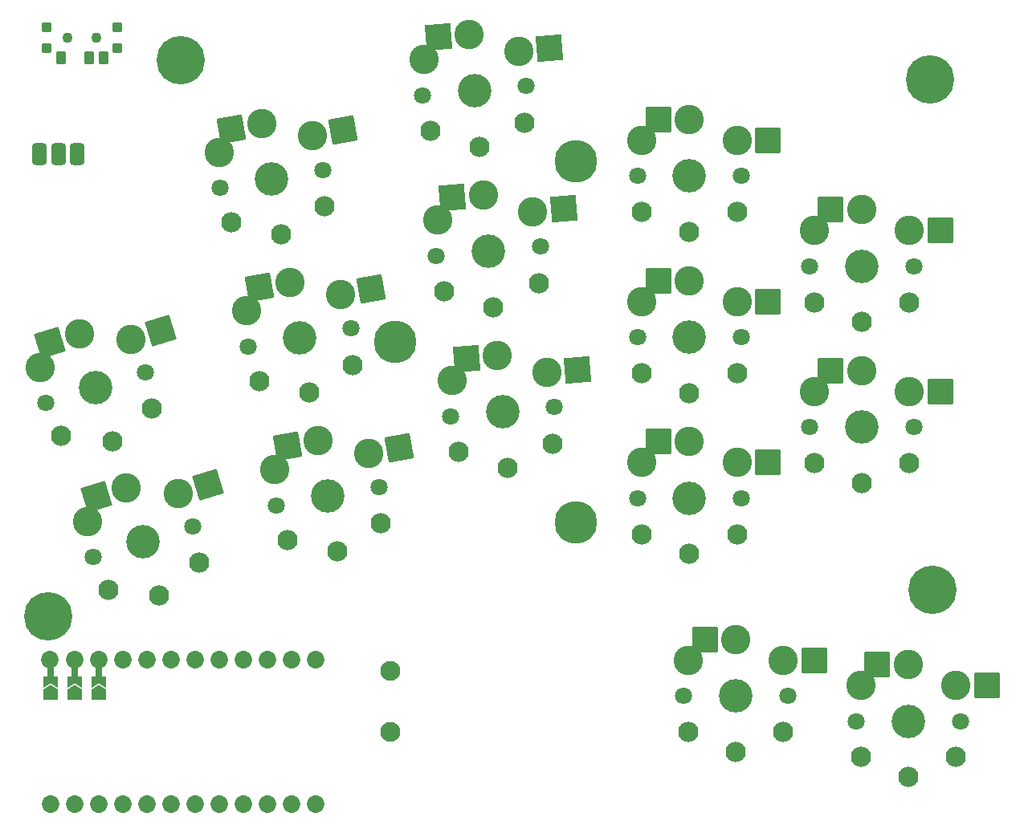
<source format=gbs>
%TF.GenerationSoftware,KiCad,Pcbnew,(6.0.4)*%
%TF.CreationDate,2022-07-08T06:12:20+02:00*%
%TF.ProjectId,battoota,62617474-6f6f-4746-912e-6b696361645f,v1.0.0*%
%TF.SameCoordinates,Original*%
%TF.FileFunction,Soldermask,Bot*%
%TF.FilePolarity,Negative*%
%FSLAX46Y46*%
G04 Gerber Fmt 4.6, Leading zero omitted, Abs format (unit mm)*
G04 Created by KiCad (PCBNEW (6.0.4)) date 2022-07-08 06:12:20*
%MOMM*%
%LPD*%
G01*
G04 APERTURE LIST*
G04 Aperture macros list*
%AMRoundRect*
0 Rectangle with rounded corners*
0 $1 Rounding radius*
0 $2 $3 $4 $5 $6 $7 $8 $9 X,Y pos of 4 corners*
0 Add a 4 corners polygon primitive as box body*
4,1,4,$2,$3,$4,$5,$6,$7,$8,$9,$2,$3,0*
0 Add four circle primitives for the rounded corners*
1,1,$1+$1,$2,$3*
1,1,$1+$1,$4,$5*
1,1,$1+$1,$6,$7*
1,1,$1+$1,$8,$9*
0 Add four rect primitives between the rounded corners*
20,1,$1+$1,$2,$3,$4,$5,0*
20,1,$1+$1,$4,$5,$6,$7,0*
20,1,$1+$1,$6,$7,$8,$9,0*
20,1,$1+$1,$8,$9,$2,$3,0*%
%AMFreePoly0*
4,1,16,0.535355,0.785355,0.541603,0.777735,1.041603,0.027735,1.049029,-0.009806,1.041603,-0.027735,0.541603,-0.777735,0.509806,-0.799029,0.500000,-0.800000,-0.500000,-0.800000,-0.535355,-0.785355,-0.550000,-0.750000,-0.550000,0.750000,-0.535355,0.785355,-0.500000,0.800000,0.500000,0.800000,0.535355,0.785355,0.535355,0.785355,$1*%
%AMFreePoly1*
4,1,16,0.535355,0.785355,0.550000,0.750000,0.550000,-0.750000,0.535355,-0.785355,0.500000,-0.800000,-0.650000,-0.800000,-0.685355,-0.785355,-0.700000,-0.750000,-0.691603,-0.722265,-0.210093,0.000000,-0.691603,0.722265,-0.699029,0.759806,-0.677735,0.791603,-0.650000,0.800000,0.500000,0.800000,0.535355,0.785355,0.535355,0.785355,$1*%
G04 Aperture macros list end*
%ADD10C,5.100000*%
%ADD11C,2.100000*%
%ADD12C,1.801800*%
%ADD13C,3.100000*%
%ADD14C,3.529000*%
%ADD15RoundRect,0.050000X-1.054507X-1.505993X1.505993X-1.054507X1.054507X1.505993X-1.505993X1.054507X0*%
%ADD16C,2.132000*%
%ADD17RoundRect,0.050000X-1.181751X-1.408356X1.408356X-1.181751X1.181751X1.408356X-1.408356X1.181751X0*%
%ADD18RoundRect,0.050000X-1.300000X-1.300000X1.300000X-1.300000X1.300000X1.300000X-1.300000X1.300000X0*%
%ADD19RoundRect,0.050000X-0.450000X-0.450000X0.450000X-0.450000X0.450000X0.450000X-0.450000X0.450000X0*%
%ADD20C,1.100000*%
%ADD21RoundRect,0.050000X-0.450000X-0.625000X0.450000X-0.625000X0.450000X0.625000X-0.450000X0.625000X0*%
%ADD22RoundRect,0.425000X-0.375000X-0.750000X0.375000X-0.750000X0.375000X0.750000X-0.375000X0.750000X0*%
%ADD23RoundRect,0.050000X-0.863113X-1.623279X1.623279X-0.863113X0.863113X1.623279X-1.623279X0.863113X0*%
%ADD24C,1.852600*%
%ADD25FreePoly0,90.000000*%
%ADD26RoundRect,0.050000X-0.250000X-0.762000X0.250000X-0.762000X0.250000X0.762000X-0.250000X0.762000X0*%
%ADD27FreePoly1,90.000000*%
%ADD28C,4.500000*%
G04 APERTURE END LIST*
D10*
%TO.C,*%
X47860791Y58573254D03*
%TD*%
%TO.C,*%
X141078791Y61367254D03*
%TD*%
%TO.C,*%
X140824791Y115215254D03*
%TD*%
%TO.C,*%
X61830791Y117247254D03*
%TD*%
D11*
%TO.C,B1*%
X83928791Y52881254D03*
X83928791Y46381254D03*
%TD*%
D12*
%TO.C,S11*%
X65970667Y103790002D03*
D13*
X75659968Y109306336D03*
X70353903Y110604673D03*
D14*
X71387110Y104745067D03*
D12*
X76803553Y105700132D03*
D13*
X65811891Y107569854D03*
D15*
X67128657Y110035975D03*
D16*
X67122934Y100134557D03*
X76971012Y101871038D03*
D15*
X78885214Y109875034D03*
D16*
X72411634Y98934701D03*
%TD*%
D13*
%TO.C,S15*%
X88913836Y100414117D03*
X93703066Y103041525D03*
X98875783Y101285675D03*
D14*
X94221643Y97114167D03*
D12*
X99700714Y97593524D03*
X88742572Y96634810D03*
D16*
X89571861Y92892848D03*
D17*
X90440528Y102756090D03*
D16*
X99533808Y93764406D03*
D17*
X102138320Y101571110D03*
D16*
X94735862Y91236618D03*
%TD*%
D13*
%TO.C,S21*%
X120424791Y91827253D03*
D12*
X109924791Y88077254D03*
X120924791Y88077254D03*
D14*
X115424791Y88077254D03*
D13*
X115424791Y94027254D03*
X110424791Y91827253D03*
D18*
X112149790Y94027254D03*
D16*
X120424791Y84277254D03*
X110424791Y84277254D03*
X115424791Y82177254D03*
D18*
X123699791Y91827253D03*
%TD*%
D19*
%TO.C,T2*%
X55089406Y120708838D03*
X47689406Y120708838D03*
X55089406Y118508838D03*
X47689406Y118508838D03*
D20*
X49889406Y119608838D03*
X52889406Y119608838D03*
D21*
X49139406Y117533838D03*
X52139406Y117533838D03*
X53639406Y117533838D03*
%TD*%
D13*
%TO.C,S29*%
X128599495Y99294490D03*
D14*
X133599495Y95544491D03*
D13*
X133599495Y101494491D03*
D12*
X128099495Y95544491D03*
X139099495Y95544491D03*
D13*
X138599495Y99294490D03*
D16*
X128599495Y91744491D03*
X138599495Y91744491D03*
D18*
X130324494Y101494491D03*
D16*
X133599495Y89644491D03*
D18*
X141874495Y99294490D03*
%TD*%
D12*
%TO.C,S33*%
X144011792Y47543254D03*
D13*
X133511792Y51293253D03*
X143511792Y51293253D03*
D12*
X133011792Y47543254D03*
D13*
X138511792Y53493254D03*
D14*
X138511792Y47543254D03*
D18*
X135236791Y53493254D03*
D16*
X143511792Y43743254D03*
X133511792Y43743254D03*
X138511792Y41643254D03*
D18*
X146786792Y51293253D03*
%TD*%
D13*
%TO.C,S7*%
X81564006Y75822872D03*
X76257941Y77121209D03*
D12*
X71874705Y70306538D03*
D13*
X71715929Y74086390D03*
D14*
X77291148Y71261603D03*
D12*
X82707591Y72216668D03*
D16*
X82875050Y68387574D03*
D15*
X73032695Y76552511D03*
D16*
X73026972Y66651093D03*
D15*
X84789252Y76391570D03*
D16*
X78315672Y65451237D03*
%TD*%
D22*
%TO.C,PAD1*%
X50908791Y107341254D03*
X48908791Y107341254D03*
X46908791Y107341254D03*
%TD*%
D13*
%TO.C,S5*%
X56527389Y87777963D03*
D14*
X52842259Y82729963D03*
D13*
X51102647Y88419976D03*
D12*
X47582583Y81121919D03*
D13*
X46964342Y84854246D03*
D12*
X58101935Y84338007D03*
D16*
X58734795Y80557863D03*
D23*
X47970748Y87462459D03*
D16*
X49171748Y77634146D03*
D23*
X59659287Y88735481D03*
D16*
X54567252Y77087765D03*
%TD*%
D13*
%TO.C,S27*%
X133599495Y84494491D03*
D12*
X128099495Y78544491D03*
D13*
X138599495Y82294490D03*
D12*
X139099495Y78544491D03*
D13*
X128599495Y82294490D03*
D14*
X133599495Y78544491D03*
D16*
X138599495Y74744491D03*
D18*
X130324494Y84494491D03*
D16*
X128599495Y74744491D03*
X133599495Y72644491D03*
D18*
X141874495Y82294490D03*
%TD*%
D16*
%TO.C,S9*%
X75363653Y82192969D03*
D15*
X81837233Y93133302D03*
X70080676Y93294243D03*
D16*
X70074953Y83392825D03*
X79923031Y85129306D03*
D13*
X68763910Y90828122D03*
D12*
X79755572Y88958400D03*
D13*
X73305922Y93862941D03*
D14*
X74339129Y88003335D03*
D12*
X68922686Y87048270D03*
D13*
X78611987Y92564604D03*
%TD*%
%TO.C,S13*%
X90395484Y83478807D03*
X100357431Y84350365D03*
D12*
X101182362Y80658214D03*
D13*
X95184714Y86106215D03*
D12*
X90224220Y79699500D03*
D14*
X95703291Y80178857D03*
D16*
X91053509Y75957538D03*
D17*
X91922176Y85820780D03*
D16*
X101015456Y76829096D03*
X96217510Y74301308D03*
D17*
X103619968Y84635800D03*
%TD*%
D13*
%TO.C,S17*%
X92221419Y119976835D03*
D12*
X98219067Y114528834D03*
D13*
X97394136Y118220985D03*
D12*
X87260925Y113570120D03*
D13*
X87432189Y117349427D03*
D14*
X92739996Y114049477D03*
D17*
X88958881Y119691400D03*
D16*
X98052161Y110699716D03*
X88090214Y109828158D03*
X93254215Y108171928D03*
D17*
X100656673Y118506420D03*
%TD*%
D16*
%TO.C,S31*%
X120321152Y44326273D03*
D18*
X128596152Y53976272D03*
X117046151Y56176273D03*
D16*
X115321152Y46426273D03*
X125321152Y46426273D03*
D13*
X120321152Y56176273D03*
D12*
X125821152Y50226273D03*
X114821152Y50226273D03*
D14*
X120321152Y50226273D03*
D13*
X115321152Y53976272D03*
X125321152Y53976272D03*
%TD*%
D24*
%TO.C,MCU1*%
X76054791Y38761254D03*
X73514791Y38761254D03*
X70974791Y38761254D03*
X68434791Y38761254D03*
X65894791Y38761254D03*
X63354791Y38761254D03*
X60814791Y38761254D03*
X58274791Y38761254D03*
X55734791Y38761254D03*
X76054791Y54001254D03*
X73514791Y54001254D03*
X70974791Y54001254D03*
X68434791Y54001254D03*
X65894791Y54001254D03*
X63354791Y54001254D03*
X60814791Y54001254D03*
X58274791Y54001254D03*
X55734791Y54001254D03*
D25*
X53194791Y50294777D03*
X50654791Y50294777D03*
X48114791Y50294777D03*
D24*
X50654791Y54001254D03*
X48114791Y38761254D03*
X48031045Y54001254D03*
D26*
X50654791Y52669777D03*
D27*
X53194791Y51744777D03*
D26*
X48114791Y52669777D03*
D24*
X53194791Y54001254D03*
X53194791Y38761254D03*
D26*
X53194791Y52669777D03*
D27*
X48114791Y51744777D03*
X50654791Y51744777D03*
D24*
X50654791Y38761254D03*
%TD*%
D23*
%TO.C,S3*%
X64629606Y72478300D03*
D16*
X59537571Y60830584D03*
X63705114Y64300682D03*
D23*
X52941067Y71205278D03*
D16*
X54142067Y61376965D03*
D14*
X57812578Y66472782D03*
D13*
X61497708Y71520782D03*
X51934661Y68597065D03*
X56072966Y72162795D03*
D12*
X63072254Y68080826D03*
X52552902Y64864738D03*
%TD*%
D28*
%TO.C,REF\u002A\u002A*%
X84436791Y87529254D03*
X103486791Y68479254D03*
X103486791Y106579254D03*
%TD*%
D12*
%TO.C,S23*%
X120924791Y105077254D03*
D13*
X110424791Y108827253D03*
X115424791Y111027254D03*
X120424791Y108827253D03*
D14*
X115424791Y105077254D03*
D12*
X109924791Y105077254D03*
D18*
X112149790Y111027254D03*
D16*
X120424791Y101277254D03*
X110424791Y101277254D03*
X115424791Y99177254D03*
D18*
X123699791Y108827253D03*
%TD*%
D13*
%TO.C,S19*%
X120424791Y74827253D03*
D12*
X120924791Y71077254D03*
X109924791Y71077254D03*
D14*
X115424791Y71077254D03*
D13*
X115424791Y77027254D03*
X110424791Y74827253D03*
D18*
X112149790Y77027254D03*
D16*
X110424791Y67277254D03*
X120424791Y67277254D03*
D18*
X123699791Y74827253D03*
D16*
X115424791Y65177254D03*
%TD*%
M02*

</source>
